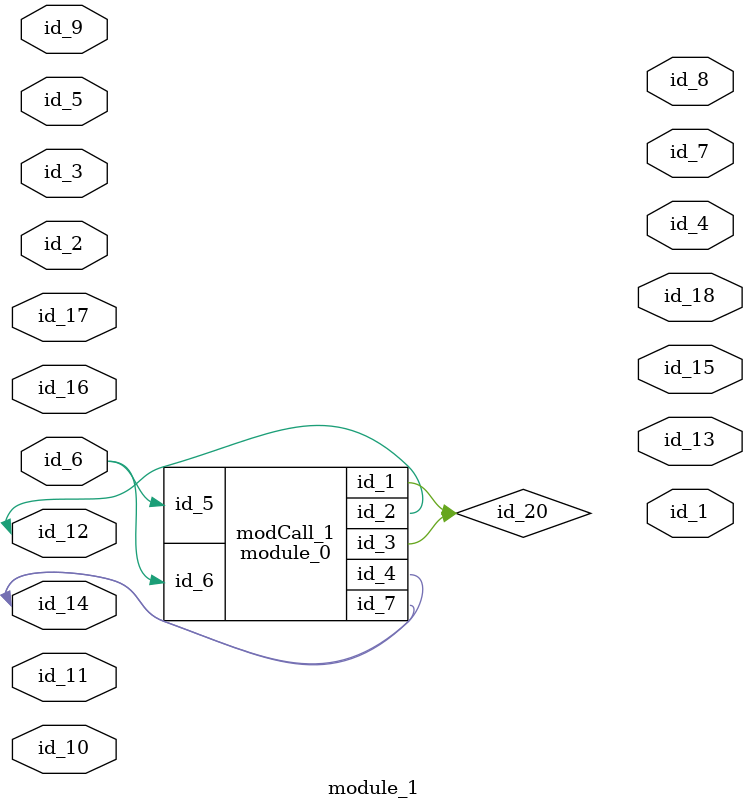
<source format=v>
module module_0 (
    id_1,
    id_2,
    id_3,
    id_4,
    id_5,
    id_6,
    id_7
);
  inout wire id_7;
  input wire id_6;
  input wire id_5;
  inout wire id_4;
  output wire id_3;
  output wire id_2;
  output wire id_1;
  assign id_7 = 1 == 1;
  wire id_8;
  wire id_9;
  wire id_10;
endmodule
module module_1 (
    id_1,
    id_2,
    id_3,
    id_4,
    id_5,
    id_6,
    id_7,
    id_8,
    id_9,
    id_10,
    id_11,
    id_12,
    id_13,
    id_14,
    id_15,
    id_16,
    id_17,
    id_18
);
  output wire id_18;
  inout wire id_17;
  input wire id_16;
  output wire id_15;
  inout wire id_14;
  output wire id_13;
  inout wire id_12;
  input wire id_11;
  input wire id_10;
  input wire id_9;
  output wire id_8;
  output wire id_7;
  input wire id_6;
  input wire id_5;
  output wire id_4;
  input wire id_3;
  input wire id_2;
  output wire id_1;
  wire id_19;
  wire id_20;
  module_0 modCall_1 (
      id_20,
      id_12,
      id_20,
      id_14,
      id_6,
      id_6,
      id_14
  );
endmodule

</source>
